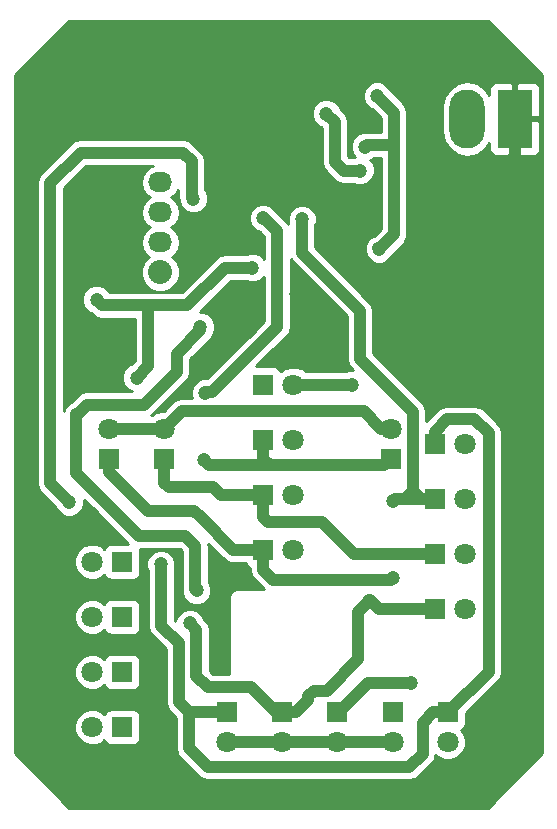
<source format=gbr>
G04 #@! TF.FileFunction,Copper,L1,Top,Signal*
%FSLAX46Y46*%
G04 Gerber Fmt 4.6, Leading zero omitted, Abs format (unit mm)*
G04 Created by KiCad (PCBNEW 4.0.5) date 02/22/18 20:10:39*
%MOMM*%
%LPD*%
G01*
G04 APERTURE LIST*
%ADD10C,0.100000*%
%ADD11R,1.800000X1.800000*%
%ADD12C,1.800000*%
%ADD13R,3.000000X5.000000*%
%ADD14O,3.000000X5.000000*%
%ADD15C,2.032000*%
%ADD16O,2.032000X1.727200*%
%ADD17C,1.200000*%
%ADD18C,1.000000*%
%ADD19C,0.254000*%
G04 APERTURE END LIST*
D10*
D11*
X115725000Y-77835000D03*
D12*
X118265000Y-77835000D03*
D11*
X103770000Y-83495000D03*
D12*
X101230000Y-83495000D03*
D11*
X103770000Y-88165000D03*
D12*
X101230000Y-88165000D03*
D11*
X103770000Y-92835000D03*
D12*
X101230000Y-92835000D03*
D11*
X103770000Y-97505000D03*
D12*
X101230000Y-97505000D03*
D11*
X112660000Y-96230000D03*
D12*
X112660000Y-98770000D03*
D11*
X117330000Y-96230000D03*
D12*
X117330000Y-98770000D03*
D11*
X122000000Y-96230000D03*
D12*
X122000000Y-98770000D03*
D11*
X126670000Y-96230000D03*
D12*
X126670000Y-98770000D03*
D11*
X131340000Y-96230000D03*
D12*
X131340000Y-98770000D03*
D11*
X130230000Y-87505000D03*
D12*
X132770000Y-87505000D03*
D11*
X130230000Y-82835000D03*
D12*
X132770000Y-82835000D03*
D11*
X130230000Y-78165000D03*
D12*
X132770000Y-78165000D03*
D11*
X130230000Y-73495000D03*
D12*
X132770000Y-73495000D03*
D11*
X126495000Y-74765000D03*
D12*
X126495000Y-72225000D03*
D11*
X107345000Y-74765000D03*
D12*
X107345000Y-72225000D03*
D11*
X102675000Y-74765000D03*
D12*
X102675000Y-72225000D03*
D11*
X115725000Y-68495000D03*
D12*
X118265000Y-68495000D03*
D11*
X115725000Y-73165000D03*
D12*
X118265000Y-73165000D03*
D11*
X115725000Y-82505000D03*
D12*
X118265000Y-82505000D03*
D13*
X137000000Y-46000000D03*
D14*
X133000000Y-46000000D03*
D15*
X107000000Y-59000000D03*
D16*
X107000000Y-56460000D03*
X107000000Y-53920000D03*
X107000000Y-51380000D03*
D17*
X134200000Y-57000000D03*
X117350000Y-47750000D03*
X117350000Y-43400000D03*
X129650000Y-48850000D03*
X114750000Y-56300000D03*
X111600000Y-49100000D03*
X110800000Y-66900000D03*
X102000000Y-68500000D03*
X128250000Y-67500000D03*
X118500000Y-60800000D03*
X124350000Y-48350000D03*
X125350000Y-44050000D03*
X125530000Y-57030000D03*
X114800000Y-58600000D03*
X101600000Y-61300000D03*
X105000000Y-67900000D03*
X107040000Y-83710000D03*
X115700000Y-54400000D03*
X110800000Y-69200000D03*
X110700000Y-74900000D03*
X109500000Y-88710000D03*
X124695000Y-86785000D03*
X99300000Y-78450000D03*
X109800000Y-52750000D03*
X128240000Y-93800000D03*
X119000000Y-54500000D03*
X126670000Y-84890000D03*
X126680000Y-78370000D03*
X123925000Y-50375000D03*
X121050000Y-45550000D03*
X110070000Y-85920000D03*
X110400000Y-63600000D03*
X123200000Y-68500000D03*
D18*
X129650000Y-45050000D02*
X129650000Y-43150000D01*
X118350000Y-42400000D02*
X117350000Y-43400000D01*
X128900000Y-42400000D02*
X118350000Y-42400000D01*
X129650000Y-43150000D02*
X128900000Y-42400000D01*
X117350000Y-47750000D02*
X112950000Y-47750000D01*
X112950000Y-47750000D02*
X111600000Y-49100000D01*
X135150000Y-49800000D02*
X136350000Y-49800000D01*
X129650000Y-48850000D02*
X130600000Y-49800000D01*
X130600000Y-49800000D02*
X135150000Y-49800000D01*
X136350000Y-49800000D02*
X137000000Y-49150000D01*
X137850000Y-56950000D02*
X137850000Y-51850000D01*
X137850000Y-51850000D02*
X137000000Y-51000000D01*
X137000000Y-51000000D02*
X137000000Y-49150000D01*
X137000000Y-49150000D02*
X137000000Y-46000000D01*
X134250000Y-56950000D02*
X137850000Y-56950000D01*
X134200000Y-57000000D02*
X134250000Y-56950000D01*
X137850000Y-57950000D02*
X137850000Y-56950000D01*
X117350000Y-47750000D02*
X117350000Y-43400000D01*
X129650000Y-45050000D02*
X129650000Y-48850000D01*
X137000000Y-47950000D02*
X137000000Y-46000000D01*
X111600000Y-49100000D02*
X111600000Y-53150000D01*
X111600000Y-53150000D02*
X114750000Y-56300000D01*
X137850000Y-58400000D02*
X137850000Y-57950000D01*
X137850000Y-57950000D02*
X137850000Y-57850000D01*
X128300000Y-67550000D02*
X134950000Y-67550000D01*
X134950000Y-67550000D02*
X137850000Y-64650000D01*
X137850000Y-64650000D02*
X137850000Y-58400000D01*
X110800000Y-66900000D02*
X110800000Y-66800000D01*
X102000000Y-68500000D02*
X101900000Y-68400000D01*
X128250000Y-67500000D02*
X128300000Y-67550000D01*
X124500000Y-48200000D02*
X126800000Y-48200000D01*
X124350000Y-48350000D02*
X124500000Y-48200000D01*
X125350000Y-44050000D02*
X126800000Y-45500000D01*
X126800000Y-45500000D02*
X126800000Y-48200000D01*
X126800000Y-55760000D02*
X125530000Y-57030000D01*
X126800000Y-48200000D02*
X126800000Y-55760000D01*
X125530000Y-57030000D02*
X125450000Y-56950000D01*
X112500000Y-58600000D02*
X114800000Y-58600000D01*
X109300000Y-61800000D02*
X112500000Y-58600000D01*
X101600000Y-61300000D02*
X102100000Y-61800000D01*
X105950000Y-66950000D02*
X105950000Y-61800000D01*
X105000000Y-67900000D02*
X105950000Y-66950000D01*
X105300000Y-61800000D02*
X105950000Y-61800000D01*
X105950000Y-61800000D02*
X109100000Y-61800000D01*
X109100000Y-61800000D02*
X109300000Y-61800000D01*
X105300000Y-61800000D02*
X104600000Y-61800000D01*
X102100000Y-61800000D02*
X104600000Y-61800000D01*
X131340000Y-96230000D02*
X131370000Y-96230000D01*
X131370000Y-96230000D02*
X134800000Y-92800000D01*
X131300000Y-71400000D02*
X130230000Y-72470000D01*
X133600000Y-71400000D02*
X131300000Y-71400000D01*
X134800000Y-72600000D02*
X133600000Y-71400000D01*
X134800000Y-92800000D02*
X134800000Y-72600000D01*
X109470000Y-96230000D02*
X109470000Y-99300000D01*
X130120000Y-96230000D02*
X131340000Y-96230000D01*
X129200000Y-97150000D02*
X130120000Y-96230000D01*
X129200000Y-99740000D02*
X129200000Y-97150000D01*
X128090000Y-100850000D02*
X129200000Y-99740000D01*
X111020000Y-100850000D02*
X128090000Y-100850000D01*
X109470000Y-99300000D02*
X111020000Y-100850000D01*
X109470000Y-96230000D02*
X112660000Y-96230000D01*
X108570000Y-95330000D02*
X109470000Y-96230000D01*
X108570000Y-90380000D02*
X108570000Y-95330000D01*
X107090000Y-88900000D02*
X108570000Y-90380000D01*
X107090000Y-83760000D02*
X107090000Y-88900000D01*
X107040000Y-83710000D02*
X107090000Y-83760000D01*
X130230000Y-72470000D02*
X130230000Y-73495000D01*
X115700000Y-54400000D02*
X115800000Y-54400000D01*
X116900000Y-63600000D02*
X115700000Y-64800000D01*
X116900000Y-55500000D02*
X116900000Y-63600000D01*
X115800000Y-54400000D02*
X116900000Y-55500000D01*
X111400000Y-69100000D02*
X115700000Y-64800000D01*
X110900000Y-69100000D02*
X111400000Y-69100000D01*
X110800000Y-69200000D02*
X110900000Y-69100000D01*
X111090000Y-75290000D02*
X110700000Y-74900000D01*
X117000000Y-75290000D02*
X111090000Y-75290000D01*
X117330000Y-96230000D02*
X118470000Y-96230000D01*
X121100000Y-94400000D02*
X123750000Y-91750000D01*
X120000000Y-94400000D02*
X121100000Y-94400000D01*
X119500000Y-94900000D02*
X120000000Y-94400000D01*
X119500000Y-95200000D02*
X119500000Y-94900000D01*
X118470000Y-96230000D02*
X119500000Y-95200000D01*
X117330000Y-96230000D02*
X117330000Y-96070000D01*
X114660000Y-94130000D02*
X116760000Y-96230000D01*
X111010000Y-94130000D02*
X114660000Y-94130000D01*
X110060000Y-93180000D02*
X111010000Y-94130000D01*
X110060000Y-89270000D02*
X110060000Y-93180000D01*
X109500000Y-88710000D02*
X110060000Y-89270000D01*
X116760000Y-96230000D02*
X117330000Y-96230000D01*
X115725000Y-73165000D02*
X115725000Y-74765000D01*
X115725000Y-74765000D02*
X116250000Y-75290000D01*
X116250000Y-75290000D02*
X117000000Y-75290000D01*
X117000000Y-75290000D02*
X125970000Y-75290000D01*
X125970000Y-75290000D02*
X126495000Y-74765000D01*
X123750000Y-87730000D02*
X124695000Y-86785000D01*
X123750000Y-91750000D02*
X123750000Y-87730000D01*
X124695000Y-86785000D02*
X124750000Y-86730000D01*
X130230000Y-87505000D02*
X125525000Y-87505000D01*
X125525000Y-87505000D02*
X124750000Y-86730000D01*
X97700000Y-76850000D02*
X99300000Y-78450000D01*
X97700000Y-51400000D02*
X97700000Y-76850000D01*
X100250000Y-48850000D02*
X97700000Y-51400000D01*
X108900000Y-48850000D02*
X100250000Y-48850000D01*
X109650000Y-49600000D02*
X108900000Y-48850000D01*
X109650000Y-52600000D02*
X109650000Y-49600000D01*
X109800000Y-52750000D02*
X109650000Y-52600000D01*
X107725000Y-77175000D02*
X111475000Y-77175000D01*
X111475000Y-77175000D02*
X112135000Y-77835000D01*
X115725000Y-77835000D02*
X112135000Y-77835000D01*
X107345000Y-76795000D02*
X107345000Y-74765000D01*
X107725000Y-77175000D02*
X107345000Y-76795000D01*
X130230000Y-82835000D02*
X123415000Y-82835000D01*
X115725000Y-79685000D02*
X115725000Y-77835000D01*
X116130000Y-80090000D02*
X115725000Y-79685000D01*
X120670000Y-80090000D02*
X116130000Y-80090000D01*
X123415000Y-82835000D02*
X120670000Y-80090000D01*
X122000000Y-96230000D02*
X122120000Y-96230000D01*
X122120000Y-96230000D02*
X124550000Y-93800000D01*
X124550000Y-93800000D02*
X128240000Y-93800000D01*
X123910000Y-66310000D02*
X123910000Y-62260000D01*
X128380000Y-70780000D02*
X125375000Y-67775000D01*
X125375000Y-67775000D02*
X123910000Y-66310000D01*
X128380000Y-77480000D02*
X128380000Y-70780000D01*
X119000000Y-57350000D02*
X119000000Y-54500000D01*
X123910000Y-62260000D02*
X119000000Y-57350000D01*
X105995000Y-79205000D02*
X109875000Y-79205000D01*
X109875000Y-79205000D02*
X110410000Y-79740000D01*
X127800000Y-78165000D02*
X127800000Y-78060000D01*
X127800000Y-78060000D02*
X128380000Y-77480000D01*
X128380000Y-77480000D02*
X129065000Y-78165000D01*
X130230000Y-78165000D02*
X129965000Y-78165000D01*
X115725000Y-82505000D02*
X115725000Y-84185000D01*
X116580000Y-85040000D02*
X115725000Y-84185000D01*
X126520000Y-85040000D02*
X116580000Y-85040000D01*
X126520000Y-85040000D02*
X126670000Y-84890000D01*
X102675000Y-74765000D02*
X102675000Y-75885000D01*
X113175000Y-82505000D02*
X115725000Y-82505000D01*
X110410000Y-79740000D02*
X113175000Y-82505000D01*
X102675000Y-75885000D02*
X105995000Y-79205000D01*
X126885000Y-78165000D02*
X127800000Y-78165000D01*
X127800000Y-78165000D02*
X129065000Y-78165000D01*
X129065000Y-78165000D02*
X130230000Y-78165000D01*
X126680000Y-78370000D02*
X126885000Y-78165000D01*
X123925000Y-50375000D02*
X122525000Y-50375000D01*
X121800000Y-46300000D02*
X121050000Y-45550000D01*
X121800000Y-49650000D02*
X121800000Y-46300000D01*
X122525000Y-50375000D02*
X121800000Y-49650000D01*
X105200000Y-70200000D02*
X105600000Y-70200000D01*
X109960000Y-82160000D02*
X109960000Y-83640000D01*
X109105000Y-81305000D02*
X109960000Y-82160000D01*
X100650000Y-76760000D02*
X100650000Y-76750000D01*
X109960000Y-85810000D02*
X109960000Y-83640000D01*
X110070000Y-85920000D02*
X109960000Y-85810000D01*
X105195000Y-81305000D02*
X102060000Y-78170000D01*
X100650000Y-76760000D02*
X102060000Y-78170000D01*
X99900000Y-76000000D02*
X99900000Y-71000000D01*
X100650000Y-76750000D02*
X99900000Y-76000000D01*
X105195000Y-81305000D02*
X109105000Y-81305000D01*
X100000000Y-71000000D02*
X100800000Y-70200000D01*
X100800000Y-70200000D02*
X105200000Y-70200000D01*
X99900000Y-71000000D02*
X100000000Y-71000000D01*
X110400000Y-63900000D02*
X110400000Y-63600000D01*
X108400000Y-65900000D02*
X110400000Y-63900000D01*
X108400000Y-67400000D02*
X108400000Y-65900000D01*
X105600000Y-70200000D02*
X108400000Y-67400000D01*
X122000000Y-98770000D02*
X126670000Y-98770000D01*
X117330000Y-98770000D02*
X122000000Y-98770000D01*
X112660000Y-98770000D02*
X117330000Y-98770000D01*
X126495000Y-72225000D02*
X125725000Y-72225000D01*
X125725000Y-72225000D02*
X124250000Y-70750000D01*
X124250000Y-70750000D02*
X108820000Y-70750000D01*
X108820000Y-70750000D02*
X107345000Y-72225000D01*
X102675000Y-72225000D02*
X107345000Y-72225000D01*
X118265000Y-68495000D02*
X123195000Y-68495000D01*
X123195000Y-68495000D02*
X123200000Y-68500000D01*
D19*
G36*
X139323000Y-42280422D02*
X139323000Y-99719578D01*
X134719578Y-104323000D01*
X99280422Y-104323000D01*
X94677000Y-99719578D01*
X94677000Y-97807407D01*
X99702735Y-97807407D01*
X99934717Y-98368846D01*
X100363894Y-98798773D01*
X100924928Y-99031735D01*
X101532407Y-99032265D01*
X102093846Y-98800283D01*
X102271689Y-98622750D01*
X102274437Y-98637352D01*
X102411757Y-98850753D01*
X102621283Y-98993917D01*
X102870000Y-99044283D01*
X104670000Y-99044283D01*
X104902352Y-99000563D01*
X105115753Y-98863243D01*
X105258917Y-98653717D01*
X105309283Y-98405000D01*
X105309283Y-96605000D01*
X105265563Y-96372648D01*
X105128243Y-96159247D01*
X104918717Y-96016083D01*
X104670000Y-95965717D01*
X102870000Y-95965717D01*
X102637648Y-96009437D01*
X102424247Y-96146757D01*
X102281083Y-96356283D01*
X102274308Y-96389740D01*
X102096106Y-96211227D01*
X101535072Y-95978265D01*
X100927593Y-95977735D01*
X100366154Y-96209717D01*
X99936227Y-96638894D01*
X99703265Y-97199928D01*
X99702735Y-97807407D01*
X94677000Y-97807407D01*
X94677000Y-93137407D01*
X99702735Y-93137407D01*
X99934717Y-93698846D01*
X100363894Y-94128773D01*
X100924928Y-94361735D01*
X101532407Y-94362265D01*
X102093846Y-94130283D01*
X102271689Y-93952750D01*
X102274437Y-93967352D01*
X102411757Y-94180753D01*
X102621283Y-94323917D01*
X102870000Y-94374283D01*
X104670000Y-94374283D01*
X104902352Y-94330563D01*
X105115753Y-94193243D01*
X105258917Y-93983717D01*
X105309283Y-93735000D01*
X105309283Y-91935000D01*
X105265563Y-91702648D01*
X105128243Y-91489247D01*
X104918717Y-91346083D01*
X104670000Y-91295717D01*
X102870000Y-91295717D01*
X102637648Y-91339437D01*
X102424247Y-91476757D01*
X102281083Y-91686283D01*
X102274308Y-91719740D01*
X102096106Y-91541227D01*
X101535072Y-91308265D01*
X100927593Y-91307735D01*
X100366154Y-91539717D01*
X99936227Y-91968894D01*
X99703265Y-92529928D01*
X99702735Y-93137407D01*
X94677000Y-93137407D01*
X94677000Y-88467407D01*
X99702735Y-88467407D01*
X99934717Y-89028846D01*
X100363894Y-89458773D01*
X100924928Y-89691735D01*
X101532407Y-89692265D01*
X102093846Y-89460283D01*
X102271689Y-89282750D01*
X102274437Y-89297352D01*
X102411757Y-89510753D01*
X102621283Y-89653917D01*
X102870000Y-89704283D01*
X104670000Y-89704283D01*
X104902352Y-89660563D01*
X105115753Y-89523243D01*
X105258917Y-89313717D01*
X105309283Y-89065000D01*
X105309283Y-87265000D01*
X105265563Y-87032648D01*
X105128243Y-86819247D01*
X104918717Y-86676083D01*
X104670000Y-86625717D01*
X102870000Y-86625717D01*
X102637648Y-86669437D01*
X102424247Y-86806757D01*
X102281083Y-87016283D01*
X102274308Y-87049740D01*
X102096106Y-86871227D01*
X101535072Y-86638265D01*
X100927593Y-86637735D01*
X100366154Y-86869717D01*
X99936227Y-87298894D01*
X99703265Y-87859928D01*
X99702735Y-88467407D01*
X94677000Y-88467407D01*
X94677000Y-51400000D01*
X96573000Y-51400000D01*
X96573000Y-76850000D01*
X96658788Y-77281284D01*
X96903091Y-77646909D01*
X98159828Y-78903646D01*
X98259194Y-79144131D01*
X98604053Y-79489593D01*
X99054864Y-79676786D01*
X99542995Y-79677212D01*
X99994131Y-79490806D01*
X100339593Y-79145947D01*
X100526786Y-78695136D01*
X100527191Y-78231009D01*
X101263091Y-78966909D01*
X104251898Y-81955717D01*
X102870000Y-81955717D01*
X102637648Y-81999437D01*
X102424247Y-82136757D01*
X102281083Y-82346283D01*
X102274308Y-82379740D01*
X102096106Y-82201227D01*
X101535072Y-81968265D01*
X100927593Y-81967735D01*
X100366154Y-82199717D01*
X99936227Y-82628894D01*
X99703265Y-83189928D01*
X99702735Y-83797407D01*
X99934717Y-84358846D01*
X100363894Y-84788773D01*
X100924928Y-85021735D01*
X101532407Y-85022265D01*
X102093846Y-84790283D01*
X102271689Y-84612750D01*
X102274437Y-84627352D01*
X102411757Y-84840753D01*
X102621283Y-84983917D01*
X102870000Y-85034283D01*
X104670000Y-85034283D01*
X104902352Y-84990563D01*
X105115753Y-84853243D01*
X105258917Y-84643717D01*
X105309283Y-84395000D01*
X105309283Y-82595000D01*
X105278612Y-82432000D01*
X108638182Y-82432000D01*
X108833000Y-82626819D01*
X108833000Y-85810000D01*
X108843052Y-85860534D01*
X108842788Y-86162995D01*
X109029194Y-86614131D01*
X109374053Y-86959593D01*
X109824864Y-87146786D01*
X110312995Y-87147212D01*
X110764131Y-86960806D01*
X111109593Y-86615947D01*
X111296786Y-86165136D01*
X111297212Y-85677005D01*
X111110806Y-85225869D01*
X111087000Y-85202021D01*
X111087000Y-82160000D01*
X111049958Y-81973776D01*
X112378090Y-83301909D01*
X112743715Y-83546212D01*
X112815270Y-83560445D01*
X113175000Y-83632000D01*
X114228430Y-83632000D01*
X114229437Y-83637352D01*
X114366757Y-83850753D01*
X114576283Y-83993917D01*
X114598000Y-83998315D01*
X114598000Y-84185000D01*
X114683788Y-84616284D01*
X114928091Y-84981909D01*
X115769181Y-85823000D01*
X113500000Y-85823000D01*
X113240923Y-85874534D01*
X113021289Y-86021289D01*
X112874534Y-86240923D01*
X112823000Y-86500000D01*
X112823000Y-93003000D01*
X111476818Y-93003000D01*
X111187000Y-92713182D01*
X111187000Y-89270000D01*
X111101212Y-88838716D01*
X110963089Y-88632000D01*
X110856910Y-88473091D01*
X110640173Y-88256354D01*
X110540806Y-88015869D01*
X110195947Y-87670407D01*
X109745136Y-87483214D01*
X109257005Y-87482788D01*
X108805869Y-87669194D01*
X108460407Y-88014053D01*
X108273214Y-88464864D01*
X108273193Y-88489375D01*
X108217000Y-88433182D01*
X108217000Y-84075034D01*
X108266786Y-83955136D01*
X108267212Y-83467005D01*
X108080806Y-83015869D01*
X107735947Y-82670407D01*
X107285136Y-82483214D01*
X106797005Y-82482788D01*
X106345869Y-82669194D01*
X106000407Y-83014053D01*
X105813214Y-83464864D01*
X105812788Y-83952995D01*
X105963000Y-84316535D01*
X105963000Y-88900000D01*
X106048788Y-89331284D01*
X106293091Y-89696909D01*
X107443000Y-90846818D01*
X107443000Y-95330000D01*
X107528788Y-95761284D01*
X107773091Y-96126909D01*
X108343000Y-96696818D01*
X108343000Y-99300000D01*
X108428788Y-99731284D01*
X108673091Y-100096909D01*
X110223091Y-101646909D01*
X110588716Y-101891212D01*
X111020000Y-101977000D01*
X128090000Y-101977000D01*
X128521284Y-101891212D01*
X128886909Y-101646909D01*
X129996909Y-100536909D01*
X130241212Y-100171284D01*
X130264722Y-100053091D01*
X130297705Y-99887276D01*
X130473894Y-100063773D01*
X131034928Y-100296735D01*
X131642407Y-100297265D01*
X132203846Y-100065283D01*
X132633773Y-99636106D01*
X132866735Y-99075072D01*
X132867265Y-98467593D01*
X132635283Y-97906154D01*
X132457750Y-97728311D01*
X132472352Y-97725563D01*
X132685753Y-97588243D01*
X132828917Y-97378717D01*
X132879283Y-97130000D01*
X132879283Y-96314535D01*
X135596910Y-93596909D01*
X135841212Y-93231284D01*
X135927000Y-92800000D01*
X135927000Y-72600000D01*
X135841212Y-72168716D01*
X135811192Y-72123788D01*
X135596909Y-71803090D01*
X134396909Y-70603091D01*
X134031284Y-70358788D01*
X133600000Y-70273000D01*
X131300000Y-70273000D01*
X130868716Y-70358788D01*
X130503091Y-70603090D01*
X129507000Y-71599182D01*
X129507000Y-70780000D01*
X129421212Y-70348716D01*
X129349109Y-70240806D01*
X129176910Y-69983091D01*
X126171909Y-66978091D01*
X125037000Y-65843182D01*
X125037000Y-62260000D01*
X124951212Y-61828716D01*
X124886110Y-61731284D01*
X124706910Y-61463091D01*
X120127000Y-56883182D01*
X120127000Y-54985447D01*
X120226786Y-54745136D01*
X120227212Y-54257005D01*
X120040806Y-53805869D01*
X119695947Y-53460407D01*
X119245136Y-53273214D01*
X118757005Y-53272788D01*
X118305869Y-53459194D01*
X117960407Y-53804053D01*
X117773214Y-54254864D01*
X117772788Y-54742995D01*
X117852540Y-54936009D01*
X117696909Y-54703091D01*
X116769759Y-53775941D01*
X116740806Y-53705869D01*
X116395947Y-53360407D01*
X115945136Y-53173214D01*
X115457005Y-53172788D01*
X115005869Y-53359194D01*
X114660407Y-53704053D01*
X114473214Y-54154864D01*
X114472788Y-54642995D01*
X114659194Y-55094131D01*
X115004053Y-55439593D01*
X115417420Y-55611238D01*
X115773000Y-55966818D01*
X115773000Y-57837944D01*
X115495947Y-57560407D01*
X115045136Y-57373214D01*
X114557005Y-57372788D01*
X114314474Y-57473000D01*
X112500000Y-57473000D01*
X112140270Y-57544555D01*
X112068715Y-57558788D01*
X111703090Y-57803091D01*
X108833182Y-60673000D01*
X102668544Y-60673000D01*
X102640806Y-60605869D01*
X102295947Y-60260407D01*
X101845136Y-60073214D01*
X101357005Y-60072788D01*
X100905869Y-60259194D01*
X100560407Y-60604053D01*
X100373214Y-61054864D01*
X100372788Y-61542995D01*
X100559194Y-61994131D01*
X100904053Y-62339593D01*
X101146411Y-62440229D01*
X101303091Y-62596909D01*
X101668716Y-62841212D01*
X102100000Y-62927000D01*
X104823000Y-62927000D01*
X104823000Y-66483182D01*
X104546355Y-66759827D01*
X104305869Y-66859194D01*
X103960407Y-67204053D01*
X103773214Y-67654864D01*
X103772788Y-68142995D01*
X103959194Y-68594131D01*
X104304053Y-68939593D01*
X104625333Y-69073000D01*
X100800000Y-69073000D01*
X100368716Y-69158788D01*
X100003091Y-69403091D01*
X99404458Y-70001724D01*
X99103091Y-70203091D01*
X98858788Y-70568716D01*
X98827000Y-70728525D01*
X98827000Y-51866818D01*
X100716819Y-49977000D01*
X106375016Y-49977000D01*
X106244984Y-50002865D01*
X105761399Y-50325987D01*
X105438277Y-50809572D01*
X105324812Y-51380000D01*
X105438277Y-51950428D01*
X105761399Y-52434013D01*
X106084646Y-52650000D01*
X105761399Y-52865987D01*
X105438277Y-53349572D01*
X105324812Y-53920000D01*
X105438277Y-54490428D01*
X105761399Y-54974013D01*
X106084646Y-55190000D01*
X105761399Y-55405987D01*
X105438277Y-55889572D01*
X105324812Y-56460000D01*
X105438277Y-57030428D01*
X105761399Y-57514013D01*
X106001972Y-57674759D01*
X105607945Y-58068100D01*
X105357286Y-58671753D01*
X105356716Y-59325379D01*
X105606320Y-59929469D01*
X106068100Y-60392055D01*
X106671753Y-60642714D01*
X107325379Y-60643284D01*
X107929469Y-60393680D01*
X108392055Y-59931900D01*
X108642714Y-59328247D01*
X108643284Y-58674621D01*
X108393680Y-58070531D01*
X107998370Y-57674531D01*
X108238601Y-57514013D01*
X108561723Y-57030428D01*
X108675188Y-56460000D01*
X108561723Y-55889572D01*
X108238601Y-55405987D01*
X107915354Y-55190000D01*
X108238601Y-54974013D01*
X108561723Y-54490428D01*
X108675188Y-53920000D01*
X108561723Y-53349572D01*
X108238601Y-52865987D01*
X107915354Y-52650000D01*
X108238601Y-52434013D01*
X108523000Y-52008381D01*
X108523000Y-52600000D01*
X108572912Y-52850924D01*
X108572788Y-52992995D01*
X108759194Y-53444131D01*
X109104053Y-53789593D01*
X109554864Y-53976786D01*
X110042995Y-53977212D01*
X110494131Y-53790806D01*
X110839593Y-53445947D01*
X111026786Y-52995136D01*
X111027212Y-52507005D01*
X110840806Y-52055869D01*
X110777000Y-51991951D01*
X110777000Y-49600000D01*
X110691212Y-49168716D01*
X110446909Y-48803091D01*
X109696909Y-48053091D01*
X109331284Y-47808788D01*
X108900000Y-47723000D01*
X100250000Y-47723000D01*
X99818716Y-47808788D01*
X99453091Y-48053090D01*
X96903091Y-50603091D01*
X96658788Y-50968716D01*
X96573000Y-51400000D01*
X94677000Y-51400000D01*
X94677000Y-45792995D01*
X119822788Y-45792995D01*
X120009194Y-46244131D01*
X120354053Y-46589593D01*
X120596411Y-46690229D01*
X120673000Y-46766818D01*
X120673000Y-49650000D01*
X120758788Y-50081284D01*
X121003091Y-50446909D01*
X121728091Y-51171909D01*
X122093716Y-51416212D01*
X122525000Y-51502000D01*
X123439553Y-51502000D01*
X123679864Y-51601786D01*
X124167995Y-51602212D01*
X124619131Y-51415806D01*
X124964593Y-51070947D01*
X125151786Y-50620136D01*
X125152212Y-50132005D01*
X124965806Y-49680869D01*
X124783678Y-49498423D01*
X125044131Y-49390806D01*
X125108049Y-49327000D01*
X125673000Y-49327000D01*
X125673000Y-55293181D01*
X125076355Y-55889827D01*
X125041373Y-55904281D01*
X125018716Y-55908788D01*
X124999676Y-55921510D01*
X124835869Y-55989194D01*
X124709327Y-56115516D01*
X124653091Y-56153091D01*
X124615844Y-56208835D01*
X124490407Y-56334053D01*
X124421838Y-56499185D01*
X124408788Y-56518716D01*
X124404245Y-56541553D01*
X124303214Y-56784864D01*
X124302788Y-57272995D01*
X124489194Y-57724131D01*
X124834053Y-58069593D01*
X125284864Y-58256786D01*
X125772995Y-58257212D01*
X126224131Y-58070806D01*
X126569593Y-57725947D01*
X126670228Y-57483590D01*
X127596909Y-56556910D01*
X127841212Y-56191284D01*
X127892929Y-55931284D01*
X127927000Y-55760000D01*
X127927000Y-45500000D01*
X127841212Y-45068716D01*
X127754364Y-44938738D01*
X130873000Y-44938738D01*
X130873000Y-47061262D01*
X131034908Y-47875230D01*
X131495984Y-48565278D01*
X132186032Y-49026354D01*
X133000000Y-49188262D01*
X133813968Y-49026354D01*
X134504016Y-48565278D01*
X134865000Y-48025028D01*
X134865000Y-48626310D01*
X134961673Y-48859699D01*
X135140302Y-49038327D01*
X135373691Y-49135000D01*
X136714250Y-49135000D01*
X136873000Y-48976250D01*
X136873000Y-46127000D01*
X137127000Y-46127000D01*
X137127000Y-48976250D01*
X137285750Y-49135000D01*
X138626309Y-49135000D01*
X138859698Y-49038327D01*
X139038327Y-48859699D01*
X139135000Y-48626310D01*
X139135000Y-46285750D01*
X138976250Y-46127000D01*
X137127000Y-46127000D01*
X136873000Y-46127000D01*
X136853000Y-46127000D01*
X136853000Y-45873000D01*
X136873000Y-45873000D01*
X136873000Y-43023750D01*
X137127000Y-43023750D01*
X137127000Y-45873000D01*
X138976250Y-45873000D01*
X139135000Y-45714250D01*
X139135000Y-43373690D01*
X139038327Y-43140301D01*
X138859698Y-42961673D01*
X138626309Y-42865000D01*
X137285750Y-42865000D01*
X137127000Y-43023750D01*
X136873000Y-43023750D01*
X136714250Y-42865000D01*
X135373691Y-42865000D01*
X135140302Y-42961673D01*
X134961673Y-43140301D01*
X134865000Y-43373690D01*
X134865000Y-43974972D01*
X134504016Y-43434722D01*
X133813968Y-42973646D01*
X133000000Y-42811738D01*
X132186032Y-42973646D01*
X131495984Y-43434722D01*
X131034908Y-44124770D01*
X130873000Y-44938738D01*
X127754364Y-44938738D01*
X127596910Y-44703091D01*
X126490173Y-43596355D01*
X126390806Y-43355869D01*
X126045947Y-43010407D01*
X125595136Y-42823214D01*
X125107005Y-42822788D01*
X124655869Y-43009194D01*
X124310407Y-43354053D01*
X124123214Y-43804864D01*
X124122788Y-44292995D01*
X124309194Y-44744131D01*
X124654053Y-45089593D01*
X124896410Y-45190228D01*
X125673000Y-45966819D01*
X125673000Y-47073000D01*
X124500000Y-47073000D01*
X124249076Y-47122912D01*
X124107005Y-47122788D01*
X123655869Y-47309194D01*
X123310407Y-47654053D01*
X123123214Y-48104864D01*
X123122788Y-48592995D01*
X123309194Y-49044131D01*
X123491322Y-49226577D01*
X123439474Y-49248000D01*
X122991818Y-49248000D01*
X122927000Y-49183182D01*
X122927000Y-46300000D01*
X122841212Y-45868716D01*
X122596909Y-45503091D01*
X122190173Y-45096355D01*
X122090806Y-44855869D01*
X121745947Y-44510407D01*
X121295136Y-44323214D01*
X120807005Y-44322788D01*
X120355869Y-44509194D01*
X120010407Y-44854053D01*
X119823214Y-45304864D01*
X119822788Y-45792995D01*
X94677000Y-45792995D01*
X94677000Y-42280422D01*
X99280422Y-37677000D01*
X134719578Y-37677000D01*
X139323000Y-42280422D01*
X139323000Y-42280422D01*
G37*
X139323000Y-42280422D02*
X139323000Y-99719578D01*
X134719578Y-104323000D01*
X99280422Y-104323000D01*
X94677000Y-99719578D01*
X94677000Y-97807407D01*
X99702735Y-97807407D01*
X99934717Y-98368846D01*
X100363894Y-98798773D01*
X100924928Y-99031735D01*
X101532407Y-99032265D01*
X102093846Y-98800283D01*
X102271689Y-98622750D01*
X102274437Y-98637352D01*
X102411757Y-98850753D01*
X102621283Y-98993917D01*
X102870000Y-99044283D01*
X104670000Y-99044283D01*
X104902352Y-99000563D01*
X105115753Y-98863243D01*
X105258917Y-98653717D01*
X105309283Y-98405000D01*
X105309283Y-96605000D01*
X105265563Y-96372648D01*
X105128243Y-96159247D01*
X104918717Y-96016083D01*
X104670000Y-95965717D01*
X102870000Y-95965717D01*
X102637648Y-96009437D01*
X102424247Y-96146757D01*
X102281083Y-96356283D01*
X102274308Y-96389740D01*
X102096106Y-96211227D01*
X101535072Y-95978265D01*
X100927593Y-95977735D01*
X100366154Y-96209717D01*
X99936227Y-96638894D01*
X99703265Y-97199928D01*
X99702735Y-97807407D01*
X94677000Y-97807407D01*
X94677000Y-93137407D01*
X99702735Y-93137407D01*
X99934717Y-93698846D01*
X100363894Y-94128773D01*
X100924928Y-94361735D01*
X101532407Y-94362265D01*
X102093846Y-94130283D01*
X102271689Y-93952750D01*
X102274437Y-93967352D01*
X102411757Y-94180753D01*
X102621283Y-94323917D01*
X102870000Y-94374283D01*
X104670000Y-94374283D01*
X104902352Y-94330563D01*
X105115753Y-94193243D01*
X105258917Y-93983717D01*
X105309283Y-93735000D01*
X105309283Y-91935000D01*
X105265563Y-91702648D01*
X105128243Y-91489247D01*
X104918717Y-91346083D01*
X104670000Y-91295717D01*
X102870000Y-91295717D01*
X102637648Y-91339437D01*
X102424247Y-91476757D01*
X102281083Y-91686283D01*
X102274308Y-91719740D01*
X102096106Y-91541227D01*
X101535072Y-91308265D01*
X100927593Y-91307735D01*
X100366154Y-91539717D01*
X99936227Y-91968894D01*
X99703265Y-92529928D01*
X99702735Y-93137407D01*
X94677000Y-93137407D01*
X94677000Y-88467407D01*
X99702735Y-88467407D01*
X99934717Y-89028846D01*
X100363894Y-89458773D01*
X100924928Y-89691735D01*
X101532407Y-89692265D01*
X102093846Y-89460283D01*
X102271689Y-89282750D01*
X102274437Y-89297352D01*
X102411757Y-89510753D01*
X102621283Y-89653917D01*
X102870000Y-89704283D01*
X104670000Y-89704283D01*
X104902352Y-89660563D01*
X105115753Y-89523243D01*
X105258917Y-89313717D01*
X105309283Y-89065000D01*
X105309283Y-87265000D01*
X105265563Y-87032648D01*
X105128243Y-86819247D01*
X104918717Y-86676083D01*
X104670000Y-86625717D01*
X102870000Y-86625717D01*
X102637648Y-86669437D01*
X102424247Y-86806757D01*
X102281083Y-87016283D01*
X102274308Y-87049740D01*
X102096106Y-86871227D01*
X101535072Y-86638265D01*
X100927593Y-86637735D01*
X100366154Y-86869717D01*
X99936227Y-87298894D01*
X99703265Y-87859928D01*
X99702735Y-88467407D01*
X94677000Y-88467407D01*
X94677000Y-51400000D01*
X96573000Y-51400000D01*
X96573000Y-76850000D01*
X96658788Y-77281284D01*
X96903091Y-77646909D01*
X98159828Y-78903646D01*
X98259194Y-79144131D01*
X98604053Y-79489593D01*
X99054864Y-79676786D01*
X99542995Y-79677212D01*
X99994131Y-79490806D01*
X100339593Y-79145947D01*
X100526786Y-78695136D01*
X100527191Y-78231009D01*
X101263091Y-78966909D01*
X104251898Y-81955717D01*
X102870000Y-81955717D01*
X102637648Y-81999437D01*
X102424247Y-82136757D01*
X102281083Y-82346283D01*
X102274308Y-82379740D01*
X102096106Y-82201227D01*
X101535072Y-81968265D01*
X100927593Y-81967735D01*
X100366154Y-82199717D01*
X99936227Y-82628894D01*
X99703265Y-83189928D01*
X99702735Y-83797407D01*
X99934717Y-84358846D01*
X100363894Y-84788773D01*
X100924928Y-85021735D01*
X101532407Y-85022265D01*
X102093846Y-84790283D01*
X102271689Y-84612750D01*
X102274437Y-84627352D01*
X102411757Y-84840753D01*
X102621283Y-84983917D01*
X102870000Y-85034283D01*
X104670000Y-85034283D01*
X104902352Y-84990563D01*
X105115753Y-84853243D01*
X105258917Y-84643717D01*
X105309283Y-84395000D01*
X105309283Y-82595000D01*
X105278612Y-82432000D01*
X108638182Y-82432000D01*
X108833000Y-82626819D01*
X108833000Y-85810000D01*
X108843052Y-85860534D01*
X108842788Y-86162995D01*
X109029194Y-86614131D01*
X109374053Y-86959593D01*
X109824864Y-87146786D01*
X110312995Y-87147212D01*
X110764131Y-86960806D01*
X111109593Y-86615947D01*
X111296786Y-86165136D01*
X111297212Y-85677005D01*
X111110806Y-85225869D01*
X111087000Y-85202021D01*
X111087000Y-82160000D01*
X111049958Y-81973776D01*
X112378090Y-83301909D01*
X112743715Y-83546212D01*
X112815270Y-83560445D01*
X113175000Y-83632000D01*
X114228430Y-83632000D01*
X114229437Y-83637352D01*
X114366757Y-83850753D01*
X114576283Y-83993917D01*
X114598000Y-83998315D01*
X114598000Y-84185000D01*
X114683788Y-84616284D01*
X114928091Y-84981909D01*
X115769181Y-85823000D01*
X113500000Y-85823000D01*
X113240923Y-85874534D01*
X113021289Y-86021289D01*
X112874534Y-86240923D01*
X112823000Y-86500000D01*
X112823000Y-93003000D01*
X111476818Y-93003000D01*
X111187000Y-92713182D01*
X111187000Y-89270000D01*
X111101212Y-88838716D01*
X110963089Y-88632000D01*
X110856910Y-88473091D01*
X110640173Y-88256354D01*
X110540806Y-88015869D01*
X110195947Y-87670407D01*
X109745136Y-87483214D01*
X109257005Y-87482788D01*
X108805869Y-87669194D01*
X108460407Y-88014053D01*
X108273214Y-88464864D01*
X108273193Y-88489375D01*
X108217000Y-88433182D01*
X108217000Y-84075034D01*
X108266786Y-83955136D01*
X108267212Y-83467005D01*
X108080806Y-83015869D01*
X107735947Y-82670407D01*
X107285136Y-82483214D01*
X106797005Y-82482788D01*
X106345869Y-82669194D01*
X106000407Y-83014053D01*
X105813214Y-83464864D01*
X105812788Y-83952995D01*
X105963000Y-84316535D01*
X105963000Y-88900000D01*
X106048788Y-89331284D01*
X106293091Y-89696909D01*
X107443000Y-90846818D01*
X107443000Y-95330000D01*
X107528788Y-95761284D01*
X107773091Y-96126909D01*
X108343000Y-96696818D01*
X108343000Y-99300000D01*
X108428788Y-99731284D01*
X108673091Y-100096909D01*
X110223091Y-101646909D01*
X110588716Y-101891212D01*
X111020000Y-101977000D01*
X128090000Y-101977000D01*
X128521284Y-101891212D01*
X128886909Y-101646909D01*
X129996909Y-100536909D01*
X130241212Y-100171284D01*
X130264722Y-100053091D01*
X130297705Y-99887276D01*
X130473894Y-100063773D01*
X131034928Y-100296735D01*
X131642407Y-100297265D01*
X132203846Y-100065283D01*
X132633773Y-99636106D01*
X132866735Y-99075072D01*
X132867265Y-98467593D01*
X132635283Y-97906154D01*
X132457750Y-97728311D01*
X132472352Y-97725563D01*
X132685753Y-97588243D01*
X132828917Y-97378717D01*
X132879283Y-97130000D01*
X132879283Y-96314535D01*
X135596910Y-93596909D01*
X135841212Y-93231284D01*
X135927000Y-92800000D01*
X135927000Y-72600000D01*
X135841212Y-72168716D01*
X135811192Y-72123788D01*
X135596909Y-71803090D01*
X134396909Y-70603091D01*
X134031284Y-70358788D01*
X133600000Y-70273000D01*
X131300000Y-70273000D01*
X130868716Y-70358788D01*
X130503091Y-70603090D01*
X129507000Y-71599182D01*
X129507000Y-70780000D01*
X129421212Y-70348716D01*
X129349109Y-70240806D01*
X129176910Y-69983091D01*
X126171909Y-66978091D01*
X125037000Y-65843182D01*
X125037000Y-62260000D01*
X124951212Y-61828716D01*
X124886110Y-61731284D01*
X124706910Y-61463091D01*
X120127000Y-56883182D01*
X120127000Y-54985447D01*
X120226786Y-54745136D01*
X120227212Y-54257005D01*
X120040806Y-53805869D01*
X119695947Y-53460407D01*
X119245136Y-53273214D01*
X118757005Y-53272788D01*
X118305869Y-53459194D01*
X117960407Y-53804053D01*
X117773214Y-54254864D01*
X117772788Y-54742995D01*
X117852540Y-54936009D01*
X117696909Y-54703091D01*
X116769759Y-53775941D01*
X116740806Y-53705869D01*
X116395947Y-53360407D01*
X115945136Y-53173214D01*
X115457005Y-53172788D01*
X115005869Y-53359194D01*
X114660407Y-53704053D01*
X114473214Y-54154864D01*
X114472788Y-54642995D01*
X114659194Y-55094131D01*
X115004053Y-55439593D01*
X115417420Y-55611238D01*
X115773000Y-55966818D01*
X115773000Y-57837944D01*
X115495947Y-57560407D01*
X115045136Y-57373214D01*
X114557005Y-57372788D01*
X114314474Y-57473000D01*
X112500000Y-57473000D01*
X112140270Y-57544555D01*
X112068715Y-57558788D01*
X111703090Y-57803091D01*
X108833182Y-60673000D01*
X102668544Y-60673000D01*
X102640806Y-60605869D01*
X102295947Y-60260407D01*
X101845136Y-60073214D01*
X101357005Y-60072788D01*
X100905869Y-60259194D01*
X100560407Y-60604053D01*
X100373214Y-61054864D01*
X100372788Y-61542995D01*
X100559194Y-61994131D01*
X100904053Y-62339593D01*
X101146411Y-62440229D01*
X101303091Y-62596909D01*
X101668716Y-62841212D01*
X102100000Y-62927000D01*
X104823000Y-62927000D01*
X104823000Y-66483182D01*
X104546355Y-66759827D01*
X104305869Y-66859194D01*
X103960407Y-67204053D01*
X103773214Y-67654864D01*
X103772788Y-68142995D01*
X103959194Y-68594131D01*
X104304053Y-68939593D01*
X104625333Y-69073000D01*
X100800000Y-69073000D01*
X100368716Y-69158788D01*
X100003091Y-69403091D01*
X99404458Y-70001724D01*
X99103091Y-70203091D01*
X98858788Y-70568716D01*
X98827000Y-70728525D01*
X98827000Y-51866818D01*
X100716819Y-49977000D01*
X106375016Y-49977000D01*
X106244984Y-50002865D01*
X105761399Y-50325987D01*
X105438277Y-50809572D01*
X105324812Y-51380000D01*
X105438277Y-51950428D01*
X105761399Y-52434013D01*
X106084646Y-52650000D01*
X105761399Y-52865987D01*
X105438277Y-53349572D01*
X105324812Y-53920000D01*
X105438277Y-54490428D01*
X105761399Y-54974013D01*
X106084646Y-55190000D01*
X105761399Y-55405987D01*
X105438277Y-55889572D01*
X105324812Y-56460000D01*
X105438277Y-57030428D01*
X105761399Y-57514013D01*
X106001972Y-57674759D01*
X105607945Y-58068100D01*
X105357286Y-58671753D01*
X105356716Y-59325379D01*
X105606320Y-59929469D01*
X106068100Y-60392055D01*
X106671753Y-60642714D01*
X107325379Y-60643284D01*
X107929469Y-60393680D01*
X108392055Y-59931900D01*
X108642714Y-59328247D01*
X108643284Y-58674621D01*
X108393680Y-58070531D01*
X107998370Y-57674531D01*
X108238601Y-57514013D01*
X108561723Y-57030428D01*
X108675188Y-56460000D01*
X108561723Y-55889572D01*
X108238601Y-55405987D01*
X107915354Y-55190000D01*
X108238601Y-54974013D01*
X108561723Y-54490428D01*
X108675188Y-53920000D01*
X108561723Y-53349572D01*
X108238601Y-52865987D01*
X107915354Y-52650000D01*
X108238601Y-52434013D01*
X108523000Y-52008381D01*
X108523000Y-52600000D01*
X108572912Y-52850924D01*
X108572788Y-52992995D01*
X108759194Y-53444131D01*
X109104053Y-53789593D01*
X109554864Y-53976786D01*
X110042995Y-53977212D01*
X110494131Y-53790806D01*
X110839593Y-53445947D01*
X111026786Y-52995136D01*
X111027212Y-52507005D01*
X110840806Y-52055869D01*
X110777000Y-51991951D01*
X110777000Y-49600000D01*
X110691212Y-49168716D01*
X110446909Y-48803091D01*
X109696909Y-48053091D01*
X109331284Y-47808788D01*
X108900000Y-47723000D01*
X100250000Y-47723000D01*
X99818716Y-47808788D01*
X99453091Y-48053090D01*
X96903091Y-50603091D01*
X96658788Y-50968716D01*
X96573000Y-51400000D01*
X94677000Y-51400000D01*
X94677000Y-45792995D01*
X119822788Y-45792995D01*
X120009194Y-46244131D01*
X120354053Y-46589593D01*
X120596411Y-46690229D01*
X120673000Y-46766818D01*
X120673000Y-49650000D01*
X120758788Y-50081284D01*
X121003091Y-50446909D01*
X121728091Y-51171909D01*
X122093716Y-51416212D01*
X122525000Y-51502000D01*
X123439553Y-51502000D01*
X123679864Y-51601786D01*
X124167995Y-51602212D01*
X124619131Y-51415806D01*
X124964593Y-51070947D01*
X125151786Y-50620136D01*
X125152212Y-50132005D01*
X124965806Y-49680869D01*
X124783678Y-49498423D01*
X125044131Y-49390806D01*
X125108049Y-49327000D01*
X125673000Y-49327000D01*
X125673000Y-55293181D01*
X125076355Y-55889827D01*
X125041373Y-55904281D01*
X125018716Y-55908788D01*
X124999676Y-55921510D01*
X124835869Y-55989194D01*
X124709327Y-56115516D01*
X124653091Y-56153091D01*
X124615844Y-56208835D01*
X124490407Y-56334053D01*
X124421838Y-56499185D01*
X124408788Y-56518716D01*
X124404245Y-56541553D01*
X124303214Y-56784864D01*
X124302788Y-57272995D01*
X124489194Y-57724131D01*
X124834053Y-58069593D01*
X125284864Y-58256786D01*
X125772995Y-58257212D01*
X126224131Y-58070806D01*
X126569593Y-57725947D01*
X126670228Y-57483590D01*
X127596909Y-56556910D01*
X127841212Y-56191284D01*
X127892929Y-55931284D01*
X127927000Y-55760000D01*
X127927000Y-45500000D01*
X127841212Y-45068716D01*
X127754364Y-44938738D01*
X130873000Y-44938738D01*
X130873000Y-47061262D01*
X131034908Y-47875230D01*
X131495984Y-48565278D01*
X132186032Y-49026354D01*
X133000000Y-49188262D01*
X133813968Y-49026354D01*
X134504016Y-48565278D01*
X134865000Y-48025028D01*
X134865000Y-48626310D01*
X134961673Y-48859699D01*
X135140302Y-49038327D01*
X135373691Y-49135000D01*
X136714250Y-49135000D01*
X136873000Y-48976250D01*
X136873000Y-46127000D01*
X137127000Y-46127000D01*
X137127000Y-48976250D01*
X137285750Y-49135000D01*
X138626309Y-49135000D01*
X138859698Y-49038327D01*
X139038327Y-48859699D01*
X139135000Y-48626310D01*
X139135000Y-46285750D01*
X138976250Y-46127000D01*
X137127000Y-46127000D01*
X136873000Y-46127000D01*
X136853000Y-46127000D01*
X136853000Y-45873000D01*
X136873000Y-45873000D01*
X136873000Y-43023750D01*
X137127000Y-43023750D01*
X137127000Y-45873000D01*
X138976250Y-45873000D01*
X139135000Y-45714250D01*
X139135000Y-43373690D01*
X139038327Y-43140301D01*
X138859698Y-42961673D01*
X138626309Y-42865000D01*
X137285750Y-42865000D01*
X137127000Y-43023750D01*
X136873000Y-43023750D01*
X136714250Y-42865000D01*
X135373691Y-42865000D01*
X135140302Y-42961673D01*
X134961673Y-43140301D01*
X134865000Y-43373690D01*
X134865000Y-43974972D01*
X134504016Y-43434722D01*
X133813968Y-42973646D01*
X133000000Y-42811738D01*
X132186032Y-42973646D01*
X131495984Y-43434722D01*
X131034908Y-44124770D01*
X130873000Y-44938738D01*
X127754364Y-44938738D01*
X127596910Y-44703091D01*
X126490173Y-43596355D01*
X126390806Y-43355869D01*
X126045947Y-43010407D01*
X125595136Y-42823214D01*
X125107005Y-42822788D01*
X124655869Y-43009194D01*
X124310407Y-43354053D01*
X124123214Y-43804864D01*
X124122788Y-44292995D01*
X124309194Y-44744131D01*
X124654053Y-45089593D01*
X124896410Y-45190228D01*
X125673000Y-45966819D01*
X125673000Y-47073000D01*
X124500000Y-47073000D01*
X124249076Y-47122912D01*
X124107005Y-47122788D01*
X123655869Y-47309194D01*
X123310407Y-47654053D01*
X123123214Y-48104864D01*
X123122788Y-48592995D01*
X123309194Y-49044131D01*
X123491322Y-49226577D01*
X123439474Y-49248000D01*
X122991818Y-49248000D01*
X122927000Y-49183182D01*
X122927000Y-46300000D01*
X122841212Y-45868716D01*
X122596909Y-45503091D01*
X122190173Y-45096355D01*
X122090806Y-44855869D01*
X121745947Y-44510407D01*
X121295136Y-44323214D01*
X120807005Y-44322788D01*
X120355869Y-44509194D01*
X120010407Y-44854053D01*
X119823214Y-45304864D01*
X119822788Y-45792995D01*
X94677000Y-45792995D01*
X94677000Y-42280422D01*
X99280422Y-37677000D01*
X134719578Y-37677000D01*
X139323000Y-42280422D01*
G36*
X115773000Y-63133181D02*
X114903093Y-64003089D01*
X114903090Y-64003091D01*
X110933182Y-67973000D01*
X110900000Y-67973000D01*
X110899563Y-67973087D01*
X110557005Y-67972788D01*
X110105869Y-68159194D01*
X109760407Y-68504053D01*
X109573214Y-68954864D01*
X109572788Y-69442995D01*
X109647165Y-69623000D01*
X108820000Y-69623000D01*
X108388716Y-69708788D01*
X108023091Y-69953091D01*
X107278241Y-70697941D01*
X107042593Y-70697735D01*
X106481154Y-70929717D01*
X106312577Y-71098000D01*
X106245616Y-71098000D01*
X106396909Y-70996909D01*
X109196909Y-68196909D01*
X109441212Y-67831284D01*
X109527000Y-67400000D01*
X109527000Y-66366818D01*
X111196909Y-64696909D01*
X111441212Y-64331284D01*
X111448602Y-64294131D01*
X111456193Y-64255970D01*
X111626786Y-63845136D01*
X111627212Y-63357005D01*
X111440806Y-62905869D01*
X111095947Y-62560407D01*
X110645136Y-62373214D01*
X110320887Y-62372931D01*
X112966819Y-59727000D01*
X114314553Y-59727000D01*
X114554864Y-59826786D01*
X115042995Y-59827212D01*
X115494131Y-59640806D01*
X115773000Y-59362424D01*
X115773000Y-63133181D01*
X115773000Y-63133181D01*
G37*
X115773000Y-63133181D02*
X114903093Y-64003089D01*
X114903090Y-64003091D01*
X110933182Y-67973000D01*
X110900000Y-67973000D01*
X110899563Y-67973087D01*
X110557005Y-67972788D01*
X110105869Y-68159194D01*
X109760407Y-68504053D01*
X109573214Y-68954864D01*
X109572788Y-69442995D01*
X109647165Y-69623000D01*
X108820000Y-69623000D01*
X108388716Y-69708788D01*
X108023091Y-69953091D01*
X107278241Y-70697941D01*
X107042593Y-70697735D01*
X106481154Y-70929717D01*
X106312577Y-71098000D01*
X106245616Y-71098000D01*
X106396909Y-70996909D01*
X109196909Y-68196909D01*
X109441212Y-67831284D01*
X109527000Y-67400000D01*
X109527000Y-66366818D01*
X111196909Y-64696909D01*
X111441212Y-64331284D01*
X111448602Y-64294131D01*
X111456193Y-64255970D01*
X111626786Y-63845136D01*
X111627212Y-63357005D01*
X111440806Y-62905869D01*
X111095947Y-62560407D01*
X110645136Y-62373214D01*
X110320887Y-62372931D01*
X112966819Y-59727000D01*
X114314553Y-59727000D01*
X114554864Y-59826786D01*
X115042995Y-59827212D01*
X115494131Y-59640806D01*
X115773000Y-59362424D01*
X115773000Y-63133181D01*
G36*
X118203091Y-58146909D02*
X122783000Y-62726819D01*
X122783000Y-66310000D01*
X122868788Y-66741284D01*
X123113091Y-67106909D01*
X123279251Y-67273069D01*
X122957005Y-67272788D01*
X122726575Y-67368000D01*
X119297588Y-67368000D01*
X119131106Y-67201227D01*
X118570072Y-66968265D01*
X117962593Y-66967735D01*
X117401154Y-67199717D01*
X117223311Y-67377250D01*
X117220563Y-67362648D01*
X117083243Y-67149247D01*
X116873717Y-67006083D01*
X116625000Y-66955717D01*
X115138102Y-66955717D01*
X116496909Y-65596910D01*
X116496911Y-65596907D01*
X117696909Y-64396910D01*
X117941212Y-64031284D01*
X117978665Y-63842995D01*
X118027000Y-63600000D01*
X118027000Y-57883370D01*
X118203091Y-58146909D01*
X118203091Y-58146909D01*
G37*
X118203091Y-58146909D02*
X122783000Y-62726819D01*
X122783000Y-66310000D01*
X122868788Y-66741284D01*
X123113091Y-67106909D01*
X123279251Y-67273069D01*
X122957005Y-67272788D01*
X122726575Y-67368000D01*
X119297588Y-67368000D01*
X119131106Y-67201227D01*
X118570072Y-66968265D01*
X117962593Y-66967735D01*
X117401154Y-67199717D01*
X117223311Y-67377250D01*
X117220563Y-67362648D01*
X117083243Y-67149247D01*
X116873717Y-67006083D01*
X116625000Y-66955717D01*
X115138102Y-66955717D01*
X116496909Y-65596910D01*
X116496911Y-65596907D01*
X117696909Y-64396910D01*
X117941212Y-64031284D01*
X117978665Y-63842995D01*
X118027000Y-63600000D01*
X118027000Y-57883370D01*
X118203091Y-58146909D01*
M02*

</source>
